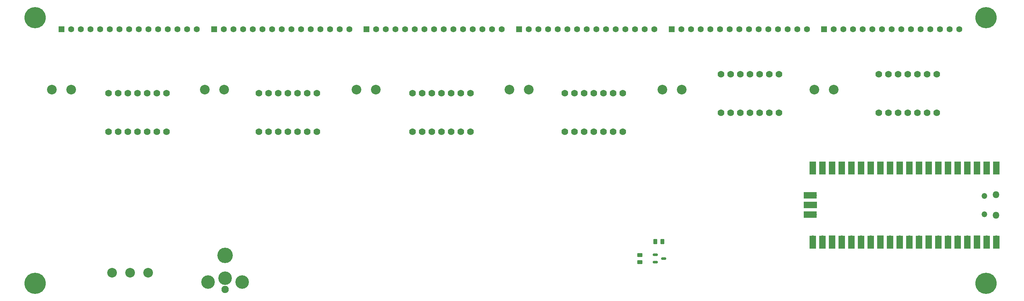
<source format=gts>
%TF.GenerationSoftware,KiCad,Pcbnew,7.0.5*%
%TF.CreationDate,2023-06-20T08:55:59-04:00*%
%TF.ProjectId,arena,6172656e-612e-46b6-9963-61645f706362,rev?*%
%TF.SameCoordinates,Original*%
%TF.FileFunction,Soldermask,Top*%
%TF.FilePolarity,Negative*%
%FSLAX46Y46*%
G04 Gerber Fmt 4.6, Leading zero omitted, Abs format (unit mm)*
G04 Created by KiCad (PCBNEW 7.0.5) date 2023-06-20 08:55:59*
%MOMM*%
%LPD*%
G01*
G04 APERTURE LIST*
G04 Aperture macros list*
%AMRoundRect*
0 Rectangle with rounded corners*
0 $1 Rounding radius*
0 $2 $3 $4 $5 $6 $7 $8 $9 X,Y pos of 4 corners*
0 Add a 4 corners polygon primitive as box body*
4,1,4,$2,$3,$4,$5,$6,$7,$8,$9,$2,$3,0*
0 Add four circle primitives for the rounded corners*
1,1,$1+$1,$2,$3*
1,1,$1+$1,$4,$5*
1,1,$1+$1,$6,$7*
1,1,$1+$1,$8,$9*
0 Add four rect primitives between the rounded corners*
20,1,$1+$1,$2,$3,$4,$5,0*
20,1,$1+$1,$4,$5,$6,$7,0*
20,1,$1+$1,$6,$7,$8,$9,0*
20,1,$1+$1,$8,$9,$2,$3,0*%
G04 Aperture macros list end*
%ADD10C,2.540000*%
%ADD11R,1.600000X1.600000*%
%ADD12C,1.600000*%
%ADD13C,1.778000*%
%ADD14C,3.556000*%
%ADD15C,1.930400*%
%ADD16C,4.064000*%
%ADD17C,5.600000*%
%ADD18RoundRect,0.150000X-0.512500X-0.150000X0.512500X-0.150000X0.512500X0.150000X-0.512500X0.150000X0*%
%ADD19RoundRect,0.250000X0.450000X-0.262500X0.450000X0.262500X-0.450000X0.262500X-0.450000X-0.262500X0*%
%ADD20RoundRect,0.250000X-0.262500X-0.450000X0.262500X-0.450000X0.262500X0.450000X-0.262500X0.450000X0*%
%ADD21O,1.800000X1.800000*%
%ADD22O,1.500000X1.500000*%
%ADD23O,1.700000X1.700000*%
%ADD24R,1.700000X3.500000*%
%ADD25R,1.700000X1.700000*%
%ADD26R,3.500000X1.700000*%
G04 APERTURE END LIST*
D10*
%TO.C,C1*%
X49460000Y-74000000D03*
X54540000Y-74000000D03*
%TD*%
%TO.C,C2*%
X89600000Y-74000000D03*
X94680000Y-74000000D03*
%TD*%
%TO.C,C3*%
X129500000Y-74000000D03*
X134580000Y-74000000D03*
%TD*%
%TO.C,C4*%
X169750200Y-74000000D03*
X174830200Y-74000000D03*
%TD*%
%TO.C,C5*%
X209960000Y-74000000D03*
X215040000Y-74000000D03*
%TD*%
D11*
%TO.C,P1*%
X51970000Y-58100000D03*
D12*
X54510000Y-58100000D03*
X57050000Y-58100000D03*
X59590000Y-58100000D03*
X62130000Y-58100000D03*
X64670000Y-58100000D03*
X67210000Y-58100000D03*
X69750000Y-58100000D03*
X72290000Y-58100000D03*
X74830000Y-58100000D03*
X77370000Y-58100000D03*
X79910000Y-58100000D03*
X82450000Y-58100000D03*
X84990000Y-58100000D03*
X87530000Y-58100000D03*
%TD*%
D11*
%TO.C,P2*%
X92070000Y-58100000D03*
D12*
X94610000Y-58100000D03*
X97150000Y-58100000D03*
X99690000Y-58100000D03*
X102230000Y-58100000D03*
X104770000Y-58100000D03*
X107310000Y-58100000D03*
X109850000Y-58100000D03*
X112390000Y-58100000D03*
X114930000Y-58100000D03*
X117470000Y-58100000D03*
X120010000Y-58100000D03*
X122550000Y-58100000D03*
X125090000Y-58100000D03*
X127630000Y-58100000D03*
%TD*%
D11*
%TO.C,P3*%
X132170000Y-58100000D03*
D12*
X134710000Y-58100000D03*
X137250000Y-58100000D03*
X139790000Y-58100000D03*
X142330000Y-58100000D03*
X144870000Y-58100000D03*
X147410000Y-58100000D03*
X149950000Y-58100000D03*
X152490000Y-58100000D03*
X155030000Y-58100000D03*
X157570000Y-58100000D03*
X160110000Y-58100000D03*
X162650000Y-58100000D03*
X165190000Y-58100000D03*
X167730000Y-58100000D03*
%TD*%
D11*
%TO.C,P4*%
X172270000Y-58100000D03*
D12*
X174810000Y-58100000D03*
X177350000Y-58100000D03*
X179890000Y-58100000D03*
X182430000Y-58100000D03*
X184970000Y-58100000D03*
X187510000Y-58100000D03*
X190050000Y-58100000D03*
X192590000Y-58100000D03*
X195130000Y-58100000D03*
X197670000Y-58100000D03*
X200210000Y-58100000D03*
X202750000Y-58100000D03*
X205290000Y-58100000D03*
X207830000Y-58100000D03*
%TD*%
D11*
%TO.C,P5*%
X212370000Y-58100000D03*
D12*
X214910000Y-58100000D03*
X217450000Y-58100000D03*
X219990000Y-58100000D03*
X222530000Y-58100000D03*
X225070000Y-58100000D03*
X227610000Y-58100000D03*
X230150000Y-58100000D03*
X232690000Y-58100000D03*
X235230000Y-58100000D03*
X237770000Y-58100000D03*
X240310000Y-58100000D03*
X242850000Y-58100000D03*
X245390000Y-58100000D03*
X247930000Y-58100000D03*
%TD*%
D11*
%TO.C,P6*%
X252470000Y-58100000D03*
D12*
X255010000Y-58100000D03*
X257550000Y-58100000D03*
X260090000Y-58100000D03*
X262630000Y-58100000D03*
X265170000Y-58100000D03*
X267710000Y-58100000D03*
X270250000Y-58100000D03*
X272790000Y-58100000D03*
X275330000Y-58100000D03*
X277870000Y-58100000D03*
X280410000Y-58100000D03*
X282950000Y-58100000D03*
X285490000Y-58100000D03*
X288030000Y-58100000D03*
%TD*%
D10*
%TO.C,SW1*%
X65250200Y-122200000D03*
X70000000Y-122200000D03*
X74749800Y-122200000D03*
%TD*%
D13*
%TO.C,U1*%
X64300000Y-85080000D03*
X66840000Y-85080000D03*
X69380000Y-85080000D03*
X71920000Y-85080000D03*
X74460000Y-85080000D03*
X77000000Y-85080000D03*
X79540000Y-85080000D03*
X79540000Y-74920000D03*
X77000000Y-74920000D03*
X74460000Y-74920000D03*
X71920000Y-74920000D03*
X69380000Y-74920000D03*
X66840000Y-74920000D03*
X64300000Y-74920000D03*
%TD*%
%TO.C,U2*%
X103880000Y-85080000D03*
X106420000Y-85080000D03*
X108960000Y-85080000D03*
X111500000Y-85080000D03*
X114040000Y-85080000D03*
X116580000Y-85080000D03*
X119120000Y-85080000D03*
X119120000Y-74920000D03*
X116580000Y-74920000D03*
X114040000Y-74920000D03*
X111500000Y-74920000D03*
X108960000Y-74920000D03*
X106420000Y-74920000D03*
X103880000Y-74920000D03*
%TD*%
%TO.C,U3*%
X144260000Y-85080000D03*
X146800000Y-85080000D03*
X149340000Y-85080000D03*
X151880000Y-85080000D03*
X154420000Y-85080000D03*
X156960000Y-85080000D03*
X159500000Y-85080000D03*
X159500000Y-74920000D03*
X156960000Y-74920000D03*
X154420000Y-74920000D03*
X151880000Y-74920000D03*
X149340000Y-74920000D03*
X146800000Y-74920000D03*
X144260000Y-74920000D03*
%TD*%
%TO.C,U4*%
X184300000Y-85080000D03*
X186840000Y-85080000D03*
X189380000Y-85080000D03*
X191920000Y-85080000D03*
X194460000Y-85080000D03*
X197000000Y-85080000D03*
X199540000Y-85080000D03*
X199540000Y-74920000D03*
X197000000Y-74920000D03*
X194460000Y-74920000D03*
X191920000Y-74920000D03*
X189380000Y-74920000D03*
X186840000Y-74920000D03*
X184300000Y-74920000D03*
%TD*%
%TO.C,U5*%
X225380000Y-80080000D03*
X227920000Y-80080000D03*
X230460000Y-80080000D03*
X233000000Y-80080000D03*
X235540000Y-80080000D03*
X238080000Y-80080000D03*
X240620000Y-80080000D03*
X240620000Y-69920000D03*
X238080000Y-69920000D03*
X235540000Y-69920000D03*
X233000000Y-69920000D03*
X230460000Y-69920000D03*
X227920000Y-69920000D03*
X225380000Y-69920000D03*
%TD*%
%TO.C,U6*%
X266880000Y-80080000D03*
X269420000Y-80080000D03*
X271960000Y-80080000D03*
X274500000Y-80080000D03*
X277040000Y-80080000D03*
X279580000Y-80080000D03*
X282120000Y-80080000D03*
X282120000Y-69920000D03*
X279580000Y-69920000D03*
X277040000Y-69920000D03*
X274500000Y-69920000D03*
X271960000Y-69920000D03*
X269420000Y-69920000D03*
X266880000Y-69920000D03*
%TD*%
D14*
%TO.C,J1*%
X99495800Y-124670000D03*
D15*
X95000000Y-126676600D03*
D14*
X90504200Y-124670000D03*
D16*
X95000000Y-117685000D03*
D14*
X95000000Y-123679400D03*
%TD*%
D17*
%TO.C,H3*%
X295000000Y-125000000D03*
%TD*%
D18*
%TO.C,Q2*%
X208052500Y-117530000D03*
X208052500Y-119430000D03*
X210327500Y-118480000D03*
%TD*%
D17*
%TO.C,H4*%
X295000000Y-55000000D03*
%TD*%
%TO.C,H1*%
X45000000Y-55000000D03*
%TD*%
D19*
%TO.C,R2*%
X204000000Y-119412500D03*
X204000000Y-117587500D03*
%TD*%
D20*
%TO.C,R1*%
X208087500Y-114000000D03*
X209912500Y-114000000D03*
%TD*%
D10*
%TO.C,C6*%
X249920000Y-74000000D03*
X255000000Y-74000000D03*
%TD*%
D17*
%TO.C,H2*%
X45000000Y-125000000D03*
%TD*%
D21*
%TO.C,U10*%
X297650000Y-101665000D03*
D22*
X294620000Y-101965000D03*
X294620000Y-106815000D03*
D21*
X297650000Y-107115000D03*
D23*
X297780000Y-95500000D03*
D24*
X297780000Y-94600000D03*
D23*
X295240000Y-95500000D03*
D24*
X295240000Y-94600000D03*
D25*
X292700000Y-95500000D03*
D24*
X292700000Y-94600000D03*
D23*
X290160000Y-95500000D03*
D24*
X290160000Y-94600000D03*
D23*
X287620000Y-95500000D03*
D24*
X287620000Y-94600000D03*
D23*
X285080000Y-95500000D03*
D24*
X285080000Y-94600000D03*
D23*
X282540000Y-95500000D03*
D24*
X282540000Y-94600000D03*
D25*
X280000000Y-95500000D03*
D24*
X280000000Y-94600000D03*
D23*
X277460000Y-95500000D03*
D24*
X277460000Y-94600000D03*
D23*
X274920000Y-95500000D03*
D24*
X274920000Y-94600000D03*
D23*
X272380000Y-95500000D03*
D24*
X272380000Y-94600000D03*
D23*
X269840000Y-95500000D03*
D24*
X269840000Y-94600000D03*
D25*
X267300000Y-95500000D03*
D24*
X267300000Y-94600000D03*
D23*
X264760000Y-95500000D03*
D24*
X264760000Y-94600000D03*
D23*
X262220000Y-95500000D03*
D24*
X262220000Y-94600000D03*
D23*
X259680000Y-95500000D03*
D24*
X259680000Y-94600000D03*
D23*
X257140000Y-95500000D03*
D24*
X257140000Y-94600000D03*
D25*
X254600000Y-95500000D03*
D24*
X254600000Y-94600000D03*
D23*
X252060000Y-95500000D03*
D24*
X252060000Y-94600000D03*
D23*
X249520000Y-95500000D03*
D24*
X249520000Y-94600000D03*
D23*
X249520000Y-113280000D03*
D24*
X249520000Y-114180000D03*
D23*
X252060000Y-113280000D03*
D24*
X252060000Y-114180000D03*
D25*
X254600000Y-113280000D03*
D24*
X254600000Y-114180000D03*
D23*
X257140000Y-113280000D03*
D24*
X257140000Y-114180000D03*
D23*
X259680000Y-113280000D03*
D24*
X259680000Y-114180000D03*
D23*
X262220000Y-113280000D03*
D24*
X262220000Y-114180000D03*
D23*
X264760000Y-113280000D03*
D24*
X264760000Y-114180000D03*
D25*
X267300000Y-113280000D03*
D24*
X267300000Y-114180000D03*
D23*
X269840000Y-113280000D03*
D24*
X269840000Y-114180000D03*
D23*
X272380000Y-113280000D03*
D24*
X272380000Y-114180000D03*
D23*
X274920000Y-113280000D03*
D24*
X274920000Y-114180000D03*
D23*
X277460000Y-113280000D03*
D24*
X277460000Y-114180000D03*
D25*
X280000000Y-113280000D03*
D24*
X280000000Y-114180000D03*
D23*
X282540000Y-113280000D03*
D24*
X282540000Y-114180000D03*
D23*
X285080000Y-113280000D03*
D24*
X285080000Y-114180000D03*
D23*
X287620000Y-113280000D03*
D24*
X287620000Y-114180000D03*
D23*
X290160000Y-113280000D03*
D24*
X290160000Y-114180000D03*
D25*
X292700000Y-113280000D03*
D24*
X292700000Y-114180000D03*
D23*
X295240000Y-113280000D03*
D24*
X295240000Y-114180000D03*
D23*
X297780000Y-113280000D03*
D24*
X297780000Y-114180000D03*
D23*
X249750000Y-101850000D03*
D26*
X248850000Y-101850000D03*
D25*
X249750000Y-104390000D03*
D26*
X248850000Y-104390000D03*
D23*
X249750000Y-106930000D03*
D26*
X248850000Y-106930000D03*
%TD*%
M02*

</source>
